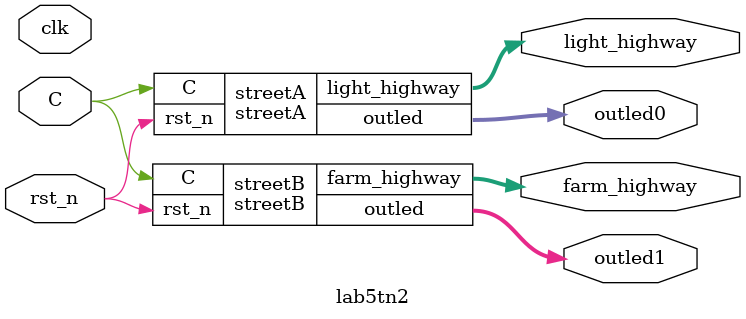
<source format=sv>
module streetA(light_highway, C, clk, rst_n, outled);

parameter HGRE=2'b00, // Highway green and farm red

HYEL = 2'b01,// Highway yellow and farm red

HRED=2'b10;// Highway red and farm green

input C, // sensor

clk, // clock = 50 MHz

rst_n; // reset active low

output reg[2:0] light_highway; // output of lights

reg[27:0] count=0, red= 9, green = 5, count_delay=3, temp=0;

output reg[6:0] outled = ~7'b0111111;

reg delay3s1=0,delay5s=0,delay9s=0,YELLOW_count_en1=0,GREEN_count_en1=0,RED_count_en1=0;

wire clk_enable; // clock enable signal for 1s

reg[1:0] state, next_state;

// next state

always @(posedge clk or negedge rst_n)

begin

if(~rst_n)

state <= 2'b00;

else

state <= next_state;

end

// FSM

always @(*)

begin

case(state)

HGRE: begin // Green on highway and red on farm way

RED_count_en1=0;

YELLOW_count_en1=0;

GREEN_count_en1=1;

light_highway = 3'b001;

if(delay5s) next_state = HYEL;

else next_state =HGRE;

end

HYEL: begin// yellow on highway and red on farm way

light_highway = 3'b010;

GREEN_count_en1=0;

YELLOW_count_en1=1;

RED_count_en1=0;

if(delay3s1) next_state = HRED;

// yellow for 3s, then red

else next_state = HYEL;

end

HRED: begin// red on highway and green on farm way

light_highway = 3'b100;

GREEN_count_en1=0;

YELLOW_count_en1=0;

RED_count_en1=1;

if(delay9s) next_state = HGRE;

else next_state =HRED;

end

endcase 

end


always @(posedge clk)

begin

if(clk_enable==1) begin

if(RED_count_en1) begin

red <= red - 1;

if((count_delay == 0)&& RED_count_en1)

begin

delay3s1=0;

delay5s=0;

delay9s=1;

red<=9;

end

end

else if(GREEN_count_en1) begin

green <= green -1;

if ((green == 0) && GREEN_count_en1)

begin 

delay3s1 = 0;

delay5s=1;

delay9s=0;

green <= 5;

end

end

else if(YELLOW_count_en1)

count_delay <=count_delay - 1;

if((count_delay == 0)&& YELLOW_count_en1)

begin

delay3s1=1;

delay5s=0;

delay9s=0;

count_delay<= 3;

end

end

else

begin

delay3s1=0;

delay5s=0;

delay9s=0;

end

end

// create 1s clock enable
always @(posedge clk_enable) begin 
if(GREEN_count_en1) temp <= green;
if(YELLOW_count_en1) temp <= count_delay;
if(RED_count_en1) temp <= red;
	case (temp)
		0: outled = ~7'b0111111;
		1: outled = ~7'b0110000;
		2: outled = ~7'b1011011;
		3: outled = ~7'b1001111;
		4:	outled = ~7'b1100110;
		5: outled = ~7'b1101101;
		6: outled = ~7'b1111101;
		7: outled = ~7'b0000111;
		8: outled = ~7'b1111111;
		9: outled = ~7'b1101111;
		default: outled = ~7'b0111111;
 	endcase
end

always @(posedge clk)

begin

count <=count + 1;

if(count == 50000000) // for testbench

count <= 0;

end

assign clk_enable = count==50000000 ? 1: 0; // 50,000,000 for 50MHz running on FPGA

endmodule 

module streetB(farm_highway, C, clk, rst_n, outled);

parameter FGRE=2'b00, // Highway green and farm red

FYEL = 2'b01,// Highway yellow and farm red

FRED=2'b10;// Highway red and farm green

input C, // sensor

clk, // clock = 50 MHz

rst_n; // reset active low
output reg[2:0] farm_highway; // output of lights

reg[27:0] count=0, red= 9, green = 5, count_delay=3, temp=0;

output reg[6:0] outled = ~7'b0111111;

reg delay3s1=0,delay5s=0,delay9s=0,YELLOW_count_en1=0,GREEN_count_en1=0,RED_count_en1=0;

wire clk_enable; // clock enable signal for 1s

reg[1:0] state, next_state;

// next state

always @(posedge clk or negedge rst_n)

begin

if(~rst_n)

state <= 2'b10;

else

state <= next_state;

end

// FSM

always @(*)

begin

case(state)

FGRE: begin // Green on highway and red on farm way

RED_count_en1=0;

YELLOW_count_en1=0;

GREEN_count_en1=1;

farm_highway = 3'b001;

if(delay5s) next_state = FYEL;

else next_state =FGRE;

end

FYEL: begin// yellow on highway and red on farm way

farm_highway = 3'b010;

GREEN_count_en1=0;

YELLOW_count_en1=1;

RED_count_en1=0;

if(delay3s1) next_state = FRED;

// yellow for 3s, then red

else next_state = FYEL;

end

FRED: begin// red on highway and green on farm way

farm_highway = 3'b100;

GREEN_count_en1=0;

YELLOW_count_en1=0;

RED_count_en1=1;

if(delay9s) next_state = FGRE;

else next_state =FRED;

end

endcase 

end


always @(posedge clk)

begin

if(clk_enable==1) begin

if(RED_count_en1) begin

red <= red - 1;

if((count_delay == 0)&& RED_count_en1)

begin

delay3s1=0;

delay5s=0;

delay9s=1;

red<=9;

end

end

else if(GREEN_count_en1) begin

green <= green -1;

if ((green == 0) && GREEN_count_en1)

begin 

delay3s1 = 0;

delay5s=1;

delay9s=0;

green <= 5;

end

end

else if(YELLOW_count_en1)

count_delay <=count_delay - 1;

if((count_delay == 0)&& YELLOW_count_en1)

begin

delay3s1=1;

delay5s=0;

delay9s=0;

count_delay<= 3;

end

end

else

begin

delay3s1=0;

delay5s=0;

delay9s=0;

end

end

// create 1s clock enable
always @(posedge clk_enable) begin 
if(GREEN_count_en1) temp <= green;
if(YELLOW_count_en1) temp <= count_delay;
if(RED_count_en1) temp <= red;
	case (temp)
		0: outled = ~7'b0111111;
		1: outled = ~7'b0110000;
		2: outled = ~7'b1011011;
		3: outled = ~7'b1001111;
		4:	outled = ~7'b1100110;
		5: outled = ~7'b1101101;
		6: outled = ~7'b1111101;
		7: outled = ~7'b0000111;
		8: outled = ~7'b1111111;
		9: outled = ~7'b1101111;
		default: outled = ~7'b0111111;
 	endcase
end

always @(posedge clk)

begin

count <=count + 1;

if(count == 50000000) // for testbench

count <= 0;

end

assign clk_enable = count==50000000 ? 1: 0; // 50,000,000 for 50MHz running on FPGA

endmodule 

module lab5tn2(light_highway, farm_highway, C, clk, rst_n, outled0, outled1);

input logic C;

output reg[2:0] light_highway, farm_highway;

input clk,rst_n;

output reg[6:0] outled0, outled1;

streetA streetA(
 .light_highway(light_highway),
 .C(C),
 .rst_n(rst_n),
 .outled(outled0));
 
streetB streetB(
 .farm_highway(farm_highway),
 .C(C),
 .rst_n(rst_n),
 .outled(outled1));
endmodule
</source>
